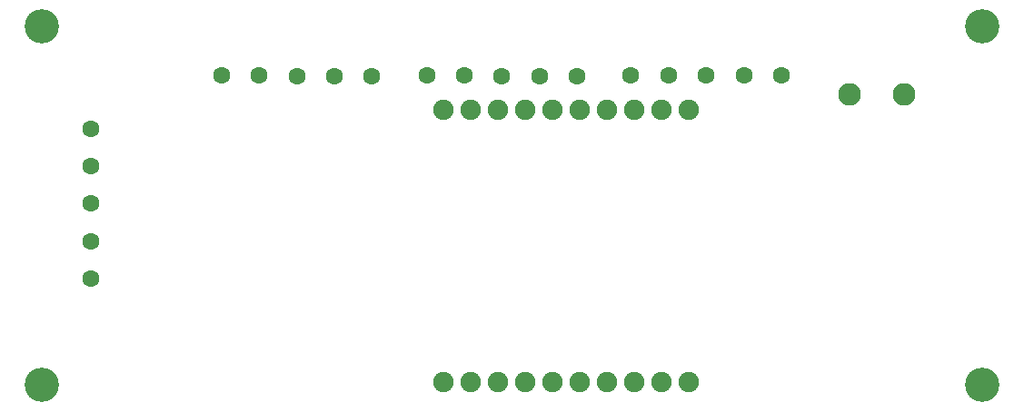
<source format=gbr>
%TF.GenerationSoftware,Altium Limited,Altium Designer,24.8.2 (39)*%
G04 Layer_Color=16711935*
%FSLAX45Y45*%
%MOMM*%
%TF.SameCoordinates,FC40D359-564B-479C-ACF9-AE4C40DE52D9*%
%TF.FilePolarity,Negative*%
%TF.FileFunction,Soldermask,Bot*%
%TF.Part,Single*%
G01*
G75*
%TA.AperFunction,ComponentPad*%
%ADD40C,1.60320*%
%TA.AperFunction,ViaPad*%
%ADD41C,3.20320*%
%TA.AperFunction,ComponentPad*%
%ADD42C,2.10320*%
%ADD43C,1.90320*%
D40*
X8127500Y5257200D02*
D03*
Y4907500D02*
D03*
X8128400Y4557100D02*
D03*
X8127300Y3857600D02*
D03*
Y4207100D02*
D03*
X12660000Y5750000D02*
D03*
X12310300D02*
D03*
X11959900Y5749100D02*
D03*
X11260400Y5750200D02*
D03*
X11609900D02*
D03*
X14563078Y5753900D02*
D03*
X14213379D02*
D03*
X13862979Y5753000D02*
D03*
X13163480Y5754100D02*
D03*
X13512979D02*
D03*
X10749700Y5750000D02*
D03*
X10400000D02*
D03*
X10049600Y5749100D02*
D03*
X9350100Y5750200D02*
D03*
X9699600D02*
D03*
D41*
X16437500Y6210000D02*
D03*
X16436340Y2865120D02*
D03*
X7670800Y6210300D02*
D03*
Y2865120D02*
D03*
D42*
X15709900Y5575300D02*
D03*
X15201900D02*
D03*
D43*
X13700760Y5432500D02*
D03*
X13446761D02*
D03*
X13192760D02*
D03*
X12938760D02*
D03*
X12684760D02*
D03*
X12430760D02*
D03*
X12176760D02*
D03*
X11922760D02*
D03*
X11668760D02*
D03*
X11414760D02*
D03*
X13700760Y2892500D02*
D03*
X13446761D02*
D03*
X13192760D02*
D03*
X12938760D02*
D03*
X12684760D02*
D03*
X12430760D02*
D03*
X12176760D02*
D03*
X11922760D02*
D03*
X11668760D02*
D03*
X11414760D02*
D03*
%TF.MD5,8bfd89609cb086632d903b0d4189659a*%
M02*

</source>
